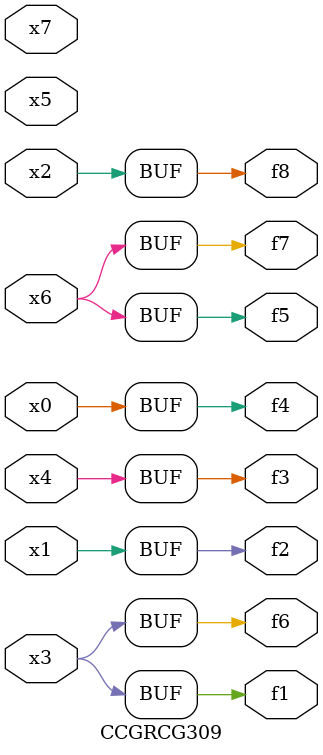
<source format=v>
module CCGRCG309(
	input x0, x1, x2, x3, x4, x5, x6, x7,
	output f1, f2, f3, f4, f5, f6, f7, f8
);
	assign f1 = x3;
	assign f2 = x1;
	assign f3 = x4;
	assign f4 = x0;
	assign f5 = x6;
	assign f6 = x3;
	assign f7 = x6;
	assign f8 = x2;
endmodule

</source>
